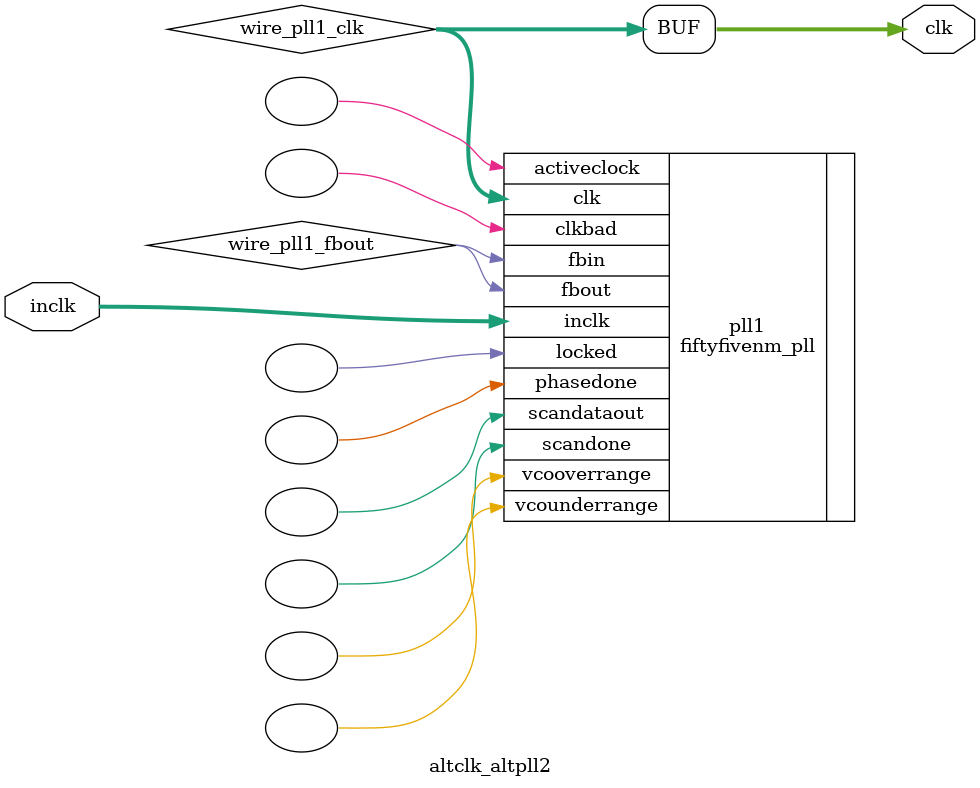
<source format=v>






//synthesis_resources = fiftyfivenm_pll 1 
//synopsys translate_off
`timescale 1 ps / 1 ps
//synopsys translate_on
module  altclk_altpll2
	( 
	clk,
	inclk) /* synthesis synthesis_clearbox=1 */;
	output   [4:0]  clk;
	input   [1:0]  inclk;
`ifndef ALTERA_RESERVED_QIS
// synopsys translate_off
`endif
	tri0   [1:0]  inclk;
`ifndef ALTERA_RESERVED_QIS
// synopsys translate_on
`endif

	wire  [4:0]   wire_pll1_clk;
	wire  wire_pll1_fbout;

	fiftyfivenm_pll   pll1
	( 
	.activeclock(),
	.clk(wire_pll1_clk),
	.clkbad(),
	.fbin(wire_pll1_fbout),
	.fbout(wire_pll1_fbout),
	.inclk(inclk),
	.locked(),
	.phasedone(),
	.scandataout(),
	.scandone(),
	.vcooverrange(),
	.vcounderrange()
	`ifndef FORMAL_VERIFICATION
	// synopsys translate_off
	`endif
	,
	.areset(1'b0),
	.clkswitch(1'b0),
	.configupdate(1'b0),
	.pfdena(1'b1),
	.phasecounterselect({3{1'b0}}),
	.phasestep(1'b0),
	.phaseupdown(1'b0),
	.scanclk(1'b0),
	.scanclkena(1'b1),
	.scandata(1'b0)
	`ifndef FORMAL_VERIFICATION
	// synopsys translate_on
	`endif
	);
	defparam
		pll1.bandwidth_type = "auto",
		pll1.clk0_divide_by = 3125,
		pll1.clk0_duty_cycle = 50,
		pll1.clk0_multiply_by = 384,
		pll1.clk0_phase_shift = "0",
		pll1.compensate_clock = "clk0",
		pll1.inclk0_input_frequency = 20000,
		pll1.operation_mode = "normal",
		pll1.pll_type = "auto",
		pll1.lpm_type = "fiftyfivenm_pll";
	assign
		clk = {wire_pll1_clk[4:0]};
endmodule //altclk_altpll2
//VALID FILE

</source>
